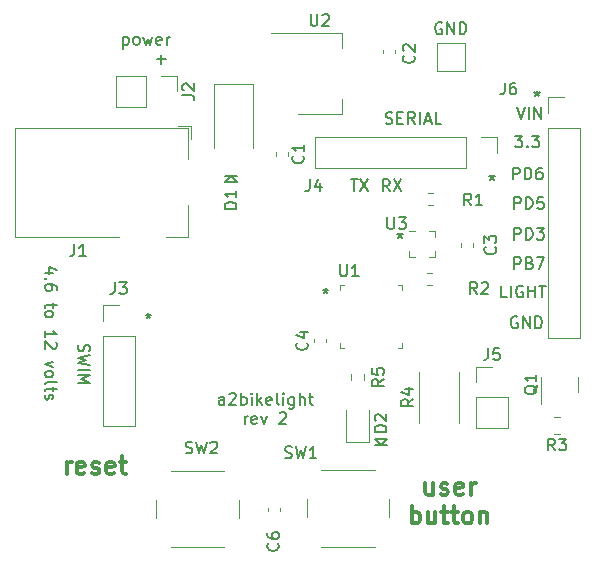
<source format=gbr>
%TF.GenerationSoftware,KiCad,Pcbnew,6.0.9-8da3e8f707~117~ubuntu22.04.1*%
%TF.CreationDate,2023-05-10T19:22:08-04:00*%
%TF.ProjectId,a2bikelight,61326269-6b65-46c6-9967-68742e6b6963,rev?*%
%TF.SameCoordinates,Original*%
%TF.FileFunction,Legend,Top*%
%TF.FilePolarity,Positive*%
%FSLAX46Y46*%
G04 Gerber Fmt 4.6, Leading zero omitted, Abs format (unit mm)*
G04 Created by KiCad (PCBNEW 6.0.9-8da3e8f707~117~ubuntu22.04.1) date 2023-05-10 19:22:08*
%MOMM*%
%LPD*%
G01*
G04 APERTURE LIST*
%ADD10C,0.300000*%
%ADD11C,0.150000*%
%ADD12C,0.120000*%
G04 APERTURE END LIST*
D10*
X135607142Y-141471071D02*
X135607142Y-142471071D01*
X134964285Y-141471071D02*
X134964285Y-142256785D01*
X135035714Y-142399642D01*
X135178571Y-142471071D01*
X135392857Y-142471071D01*
X135535714Y-142399642D01*
X135607142Y-142328214D01*
X136250000Y-142399642D02*
X136392857Y-142471071D01*
X136678571Y-142471071D01*
X136821428Y-142399642D01*
X136892857Y-142256785D01*
X136892857Y-142185357D01*
X136821428Y-142042500D01*
X136678571Y-141971071D01*
X136464285Y-141971071D01*
X136321428Y-141899642D01*
X136250000Y-141756785D01*
X136250000Y-141685357D01*
X136321428Y-141542500D01*
X136464285Y-141471071D01*
X136678571Y-141471071D01*
X136821428Y-141542500D01*
X138107142Y-142399642D02*
X137964285Y-142471071D01*
X137678571Y-142471071D01*
X137535714Y-142399642D01*
X137464285Y-142256785D01*
X137464285Y-141685357D01*
X137535714Y-141542500D01*
X137678571Y-141471071D01*
X137964285Y-141471071D01*
X138107142Y-141542500D01*
X138178571Y-141685357D01*
X138178571Y-141828214D01*
X137464285Y-141971071D01*
X138821428Y-142471071D02*
X138821428Y-141471071D01*
X138821428Y-141756785D02*
X138892857Y-141613928D01*
X138964285Y-141542500D01*
X139107142Y-141471071D01*
X139250000Y-141471071D01*
X133785714Y-144886071D02*
X133785714Y-143386071D01*
X133785714Y-143957500D02*
X133928571Y-143886071D01*
X134214285Y-143886071D01*
X134357142Y-143957500D01*
X134428571Y-144028928D01*
X134500000Y-144171785D01*
X134500000Y-144600357D01*
X134428571Y-144743214D01*
X134357142Y-144814642D01*
X134214285Y-144886071D01*
X133928571Y-144886071D01*
X133785714Y-144814642D01*
X135785714Y-143886071D02*
X135785714Y-144886071D01*
X135142857Y-143886071D02*
X135142857Y-144671785D01*
X135214285Y-144814642D01*
X135357142Y-144886071D01*
X135571428Y-144886071D01*
X135714285Y-144814642D01*
X135785714Y-144743214D01*
X136285714Y-143886071D02*
X136857142Y-143886071D01*
X136500000Y-143386071D02*
X136500000Y-144671785D01*
X136571428Y-144814642D01*
X136714285Y-144886071D01*
X136857142Y-144886071D01*
X137142857Y-143886071D02*
X137714285Y-143886071D01*
X137357142Y-143386071D02*
X137357142Y-144671785D01*
X137428571Y-144814642D01*
X137571428Y-144886071D01*
X137714285Y-144886071D01*
X138428571Y-144886071D02*
X138285714Y-144814642D01*
X138214285Y-144743214D01*
X138142857Y-144600357D01*
X138142857Y-144171785D01*
X138214285Y-144028928D01*
X138285714Y-143957500D01*
X138428571Y-143886071D01*
X138642857Y-143886071D01*
X138785714Y-143957500D01*
X138857142Y-144028928D01*
X138928571Y-144171785D01*
X138928571Y-144600357D01*
X138857142Y-144743214D01*
X138785714Y-144814642D01*
X138642857Y-144886071D01*
X138428571Y-144886071D01*
X139571428Y-143886071D02*
X139571428Y-144886071D01*
X139571428Y-144028928D02*
X139642857Y-143957500D01*
X139785714Y-143886071D01*
X140000000Y-143886071D01*
X140142857Y-143957500D01*
X140214285Y-144100357D01*
X140214285Y-144886071D01*
X104571428Y-140678571D02*
X104571428Y-139678571D01*
X104571428Y-139964285D02*
X104642857Y-139821428D01*
X104714285Y-139750000D01*
X104857142Y-139678571D01*
X105000000Y-139678571D01*
X106071428Y-140607142D02*
X105928571Y-140678571D01*
X105642857Y-140678571D01*
X105500000Y-140607142D01*
X105428571Y-140464285D01*
X105428571Y-139892857D01*
X105500000Y-139750000D01*
X105642857Y-139678571D01*
X105928571Y-139678571D01*
X106071428Y-139750000D01*
X106142857Y-139892857D01*
X106142857Y-140035714D01*
X105428571Y-140178571D01*
X106714285Y-140607142D02*
X106857142Y-140678571D01*
X107142857Y-140678571D01*
X107285714Y-140607142D01*
X107357142Y-140464285D01*
X107357142Y-140392857D01*
X107285714Y-140250000D01*
X107142857Y-140178571D01*
X106928571Y-140178571D01*
X106785714Y-140107142D01*
X106714285Y-139964285D01*
X106714285Y-139892857D01*
X106785714Y-139750000D01*
X106928571Y-139678571D01*
X107142857Y-139678571D01*
X107285714Y-139750000D01*
X108571428Y-140607142D02*
X108428571Y-140678571D01*
X108142857Y-140678571D01*
X108000000Y-140607142D01*
X107928571Y-140464285D01*
X107928571Y-139892857D01*
X108000000Y-139750000D01*
X108142857Y-139678571D01*
X108428571Y-139678571D01*
X108571428Y-139750000D01*
X108642857Y-139892857D01*
X108642857Y-140035714D01*
X107928571Y-140178571D01*
X109071428Y-139678571D02*
X109642857Y-139678571D01*
X109285714Y-139178571D02*
X109285714Y-140464285D01*
X109357142Y-140607142D01*
X109500000Y-140678571D01*
X109642857Y-140678571D01*
D11*
X118000000Y-116000000D02*
X119000000Y-116000000D01*
X119000000Y-116000000D02*
X118500000Y-115500000D01*
X131700000Y-137700000D02*
X130700000Y-137700000D01*
X118000000Y-115500000D02*
X119000000Y-115500000D01*
X131700000Y-138200000D02*
X130700000Y-138200000D01*
X130700000Y-137700000D02*
X131200000Y-138200000D01*
X118500000Y-115500000D02*
X118000000Y-116000000D01*
X131200000Y-138200000D02*
X131700000Y-137700000D01*
X141866666Y-125752380D02*
X141390476Y-125752380D01*
X141390476Y-124752380D01*
X142200000Y-125752380D02*
X142200000Y-124752380D01*
X143200000Y-124800000D02*
X143104761Y-124752380D01*
X142961904Y-124752380D01*
X142819047Y-124800000D01*
X142723809Y-124895238D01*
X142676190Y-124990476D01*
X142628571Y-125180952D01*
X142628571Y-125323809D01*
X142676190Y-125514285D01*
X142723809Y-125609523D01*
X142819047Y-125704761D01*
X142961904Y-125752380D01*
X143057142Y-125752380D01*
X143200000Y-125704761D01*
X143247619Y-125657142D01*
X143247619Y-125323809D01*
X143057142Y-125323809D01*
X143676190Y-125752380D02*
X143676190Y-124752380D01*
X143676190Y-125228571D02*
X144247619Y-125228571D01*
X144247619Y-125752380D02*
X144247619Y-124752380D01*
X144580952Y-124752380D02*
X145152380Y-124752380D01*
X144866666Y-125752380D02*
X144866666Y-124752380D01*
X142704761Y-109652380D02*
X143038095Y-110652380D01*
X143371428Y-109652380D01*
X143704761Y-110652380D02*
X143704761Y-109652380D01*
X144180952Y-110652380D02*
X144180952Y-109652380D01*
X144752380Y-110652380D01*
X144752380Y-109652380D01*
X144400000Y-108252380D02*
X144400000Y-108490476D01*
X144161904Y-108395238D02*
X144400000Y-108490476D01*
X144638095Y-108395238D01*
X144257142Y-108680952D02*
X144400000Y-108490476D01*
X144542857Y-108680952D01*
X131590476Y-111004761D02*
X131733333Y-111052380D01*
X131971428Y-111052380D01*
X132066666Y-111004761D01*
X132114285Y-110957142D01*
X132161904Y-110861904D01*
X132161904Y-110766666D01*
X132114285Y-110671428D01*
X132066666Y-110623809D01*
X131971428Y-110576190D01*
X131780952Y-110528571D01*
X131685714Y-110480952D01*
X131638095Y-110433333D01*
X131590476Y-110338095D01*
X131590476Y-110242857D01*
X131638095Y-110147619D01*
X131685714Y-110100000D01*
X131780952Y-110052380D01*
X132019047Y-110052380D01*
X132161904Y-110100000D01*
X132590476Y-110528571D02*
X132923809Y-110528571D01*
X133066666Y-111052380D02*
X132590476Y-111052380D01*
X132590476Y-110052380D01*
X133066666Y-110052380D01*
X134066666Y-111052380D02*
X133733333Y-110576190D01*
X133495238Y-111052380D02*
X133495238Y-110052380D01*
X133876190Y-110052380D01*
X133971428Y-110100000D01*
X134019047Y-110147619D01*
X134066666Y-110242857D01*
X134066666Y-110385714D01*
X134019047Y-110480952D01*
X133971428Y-110528571D01*
X133876190Y-110576190D01*
X133495238Y-110576190D01*
X134495238Y-111052380D02*
X134495238Y-110052380D01*
X134923809Y-110766666D02*
X135400000Y-110766666D01*
X134828571Y-111052380D02*
X135161904Y-110052380D01*
X135495238Y-111052380D01*
X136304761Y-111052380D02*
X135828571Y-111052380D01*
X135828571Y-110052380D01*
X140600000Y-115352380D02*
X140600000Y-115590476D01*
X140361904Y-115495238D02*
X140600000Y-115590476D01*
X140838095Y-115495238D01*
X140457142Y-115780952D02*
X140600000Y-115590476D01*
X140742857Y-115780952D01*
X142552380Y-112052380D02*
X143171428Y-112052380D01*
X142838095Y-112433333D01*
X142980952Y-112433333D01*
X143076190Y-112480952D01*
X143123809Y-112528571D01*
X143171428Y-112623809D01*
X143171428Y-112861904D01*
X143123809Y-112957142D01*
X143076190Y-113004761D01*
X142980952Y-113052380D01*
X142695238Y-113052380D01*
X142600000Y-113004761D01*
X142552380Y-112957142D01*
X143600000Y-112957142D02*
X143647619Y-113004761D01*
X143600000Y-113052380D01*
X143552380Y-113004761D01*
X143600000Y-112957142D01*
X143600000Y-113052380D01*
X143980952Y-112052380D02*
X144600000Y-112052380D01*
X144266666Y-112433333D01*
X144409523Y-112433333D01*
X144504761Y-112480952D01*
X144552380Y-112528571D01*
X144600000Y-112623809D01*
X144600000Y-112861904D01*
X144552380Y-112957142D01*
X144504761Y-113004761D01*
X144409523Y-113052380D01*
X144123809Y-113052380D01*
X144028571Y-113004761D01*
X143980952Y-112957142D01*
X131933333Y-116752380D02*
X131600000Y-116276190D01*
X131361904Y-116752380D02*
X131361904Y-115752380D01*
X131742857Y-115752380D01*
X131838095Y-115800000D01*
X131885714Y-115847619D01*
X131933333Y-115942857D01*
X131933333Y-116085714D01*
X131885714Y-116180952D01*
X131838095Y-116228571D01*
X131742857Y-116276190D01*
X131361904Y-116276190D01*
X132266666Y-115752380D02*
X132933333Y-116752380D01*
X132933333Y-115752380D02*
X132266666Y-116752380D01*
X112219047Y-105571428D02*
X112980952Y-105571428D01*
X112600000Y-105952380D02*
X112600000Y-105190476D01*
X117923809Y-134847380D02*
X117923809Y-134323571D01*
X117876190Y-134228333D01*
X117780952Y-134180714D01*
X117590476Y-134180714D01*
X117495238Y-134228333D01*
X117923809Y-134799761D02*
X117828571Y-134847380D01*
X117590476Y-134847380D01*
X117495238Y-134799761D01*
X117447619Y-134704523D01*
X117447619Y-134609285D01*
X117495238Y-134514047D01*
X117590476Y-134466428D01*
X117828571Y-134466428D01*
X117923809Y-134418809D01*
X118352380Y-133942619D02*
X118400000Y-133895000D01*
X118495238Y-133847380D01*
X118733333Y-133847380D01*
X118828571Y-133895000D01*
X118876190Y-133942619D01*
X118923809Y-134037857D01*
X118923809Y-134133095D01*
X118876190Y-134275952D01*
X118304761Y-134847380D01*
X118923809Y-134847380D01*
X119352380Y-134847380D02*
X119352380Y-133847380D01*
X119352380Y-134228333D02*
X119447619Y-134180714D01*
X119638095Y-134180714D01*
X119733333Y-134228333D01*
X119780952Y-134275952D01*
X119828571Y-134371190D01*
X119828571Y-134656904D01*
X119780952Y-134752142D01*
X119733333Y-134799761D01*
X119638095Y-134847380D01*
X119447619Y-134847380D01*
X119352380Y-134799761D01*
X120257142Y-134847380D02*
X120257142Y-134180714D01*
X120257142Y-133847380D02*
X120209523Y-133895000D01*
X120257142Y-133942619D01*
X120304761Y-133895000D01*
X120257142Y-133847380D01*
X120257142Y-133942619D01*
X120733333Y-134847380D02*
X120733333Y-133847380D01*
X120828571Y-134466428D02*
X121114285Y-134847380D01*
X121114285Y-134180714D02*
X120733333Y-134561666D01*
X121923809Y-134799761D02*
X121828571Y-134847380D01*
X121638095Y-134847380D01*
X121542857Y-134799761D01*
X121495238Y-134704523D01*
X121495238Y-134323571D01*
X121542857Y-134228333D01*
X121638095Y-134180714D01*
X121828571Y-134180714D01*
X121923809Y-134228333D01*
X121971428Y-134323571D01*
X121971428Y-134418809D01*
X121495238Y-134514047D01*
X122542857Y-134847380D02*
X122447619Y-134799761D01*
X122400000Y-134704523D01*
X122400000Y-133847380D01*
X122923809Y-134847380D02*
X122923809Y-134180714D01*
X122923809Y-133847380D02*
X122876190Y-133895000D01*
X122923809Y-133942619D01*
X122971428Y-133895000D01*
X122923809Y-133847380D01*
X122923809Y-133942619D01*
X123828571Y-134180714D02*
X123828571Y-134990238D01*
X123780952Y-135085476D01*
X123733333Y-135133095D01*
X123638095Y-135180714D01*
X123495238Y-135180714D01*
X123400000Y-135133095D01*
X123828571Y-134799761D02*
X123733333Y-134847380D01*
X123542857Y-134847380D01*
X123447619Y-134799761D01*
X123400000Y-134752142D01*
X123352380Y-134656904D01*
X123352380Y-134371190D01*
X123400000Y-134275952D01*
X123447619Y-134228333D01*
X123542857Y-134180714D01*
X123733333Y-134180714D01*
X123828571Y-134228333D01*
X124304761Y-134847380D02*
X124304761Y-133847380D01*
X124733333Y-134847380D02*
X124733333Y-134323571D01*
X124685714Y-134228333D01*
X124590476Y-134180714D01*
X124447619Y-134180714D01*
X124352380Y-134228333D01*
X124304761Y-134275952D01*
X125066666Y-134180714D02*
X125447619Y-134180714D01*
X125209523Y-133847380D02*
X125209523Y-134704523D01*
X125257142Y-134799761D01*
X125352380Y-134847380D01*
X125447619Y-134847380D01*
X119661904Y-136457380D02*
X119661904Y-135790714D01*
X119661904Y-135981190D02*
X119709523Y-135885952D01*
X119757142Y-135838333D01*
X119852380Y-135790714D01*
X119947619Y-135790714D01*
X120661904Y-136409761D02*
X120566666Y-136457380D01*
X120376190Y-136457380D01*
X120280952Y-136409761D01*
X120233333Y-136314523D01*
X120233333Y-135933571D01*
X120280952Y-135838333D01*
X120376190Y-135790714D01*
X120566666Y-135790714D01*
X120661904Y-135838333D01*
X120709523Y-135933571D01*
X120709523Y-136028809D01*
X120233333Y-136124047D01*
X121042857Y-135790714D02*
X121280952Y-136457380D01*
X121519047Y-135790714D01*
X122614285Y-135552619D02*
X122661904Y-135505000D01*
X122757142Y-135457380D01*
X122995238Y-135457380D01*
X123090476Y-135505000D01*
X123138095Y-135552619D01*
X123185714Y-135647857D01*
X123185714Y-135743095D01*
X123138095Y-135885952D01*
X122566666Y-136457380D01*
X123185714Y-136457380D01*
X142461904Y-120852380D02*
X142461904Y-119852380D01*
X142842857Y-119852380D01*
X142938095Y-119900000D01*
X142985714Y-119947619D01*
X143033333Y-120042857D01*
X143033333Y-120185714D01*
X142985714Y-120280952D01*
X142938095Y-120328571D01*
X142842857Y-120376190D01*
X142461904Y-120376190D01*
X143461904Y-120852380D02*
X143461904Y-119852380D01*
X143700000Y-119852380D01*
X143842857Y-119900000D01*
X143938095Y-119995238D01*
X143985714Y-120090476D01*
X144033333Y-120280952D01*
X144033333Y-120423809D01*
X143985714Y-120614285D01*
X143938095Y-120709523D01*
X143842857Y-120804761D01*
X143700000Y-120852380D01*
X143461904Y-120852380D01*
X144366666Y-119852380D02*
X144985714Y-119852380D01*
X144652380Y-120233333D01*
X144795238Y-120233333D01*
X144890476Y-120280952D01*
X144938095Y-120328571D01*
X144985714Y-120423809D01*
X144985714Y-120661904D01*
X144938095Y-120757142D01*
X144890476Y-120804761D01*
X144795238Y-120852380D01*
X144509523Y-120852380D01*
X144414285Y-120804761D01*
X144366666Y-120757142D01*
X142738095Y-127400000D02*
X142642857Y-127352380D01*
X142500000Y-127352380D01*
X142357142Y-127400000D01*
X142261904Y-127495238D01*
X142214285Y-127590476D01*
X142166666Y-127780952D01*
X142166666Y-127923809D01*
X142214285Y-128114285D01*
X142261904Y-128209523D01*
X142357142Y-128304761D01*
X142500000Y-128352380D01*
X142595238Y-128352380D01*
X142738095Y-128304761D01*
X142785714Y-128257142D01*
X142785714Y-127923809D01*
X142595238Y-127923809D01*
X143214285Y-128352380D02*
X143214285Y-127352380D01*
X143785714Y-128352380D01*
X143785714Y-127352380D01*
X144261904Y-128352380D02*
X144261904Y-127352380D01*
X144500000Y-127352380D01*
X144642857Y-127400000D01*
X144738095Y-127495238D01*
X144785714Y-127590476D01*
X144833333Y-127780952D01*
X144833333Y-127923809D01*
X144785714Y-128114285D01*
X144738095Y-128209523D01*
X144642857Y-128304761D01*
X144500000Y-128352380D01*
X144261904Y-128352380D01*
X142461904Y-123352380D02*
X142461904Y-122352380D01*
X142842857Y-122352380D01*
X142938095Y-122400000D01*
X142985714Y-122447619D01*
X143033333Y-122542857D01*
X143033333Y-122685714D01*
X142985714Y-122780952D01*
X142938095Y-122828571D01*
X142842857Y-122876190D01*
X142461904Y-122876190D01*
X143795238Y-122828571D02*
X143938095Y-122876190D01*
X143985714Y-122923809D01*
X144033333Y-123019047D01*
X144033333Y-123161904D01*
X143985714Y-123257142D01*
X143938095Y-123304761D01*
X143842857Y-123352380D01*
X143461904Y-123352380D01*
X143461904Y-122352380D01*
X143795238Y-122352380D01*
X143890476Y-122400000D01*
X143938095Y-122447619D01*
X143985714Y-122542857D01*
X143985714Y-122638095D01*
X143938095Y-122733333D01*
X143890476Y-122780952D01*
X143795238Y-122828571D01*
X143461904Y-122828571D01*
X144366666Y-122352380D02*
X145033333Y-122352380D01*
X144604761Y-123352380D01*
X111500000Y-127052380D02*
X111500000Y-127290476D01*
X111261904Y-127195238D02*
X111500000Y-127290476D01*
X111738095Y-127195238D01*
X111357142Y-127480952D02*
X111500000Y-127290476D01*
X111642857Y-127480952D01*
X132800000Y-120252380D02*
X132800000Y-120490476D01*
X132561904Y-120395238D02*
X132800000Y-120490476D01*
X133038095Y-120395238D01*
X132657142Y-120680952D02*
X132800000Y-120490476D01*
X132942857Y-120680952D01*
X103414285Y-123657142D02*
X102747619Y-123657142D01*
X103795238Y-123419047D02*
X103080952Y-123180952D01*
X103080952Y-123800000D01*
X102842857Y-124180952D02*
X102795238Y-124228571D01*
X102747619Y-124180952D01*
X102795238Y-124133333D01*
X102842857Y-124180952D01*
X102747619Y-124180952D01*
X103747619Y-125085714D02*
X103747619Y-124895238D01*
X103700000Y-124800000D01*
X103652380Y-124752380D01*
X103509523Y-124657142D01*
X103319047Y-124609523D01*
X102938095Y-124609523D01*
X102842857Y-124657142D01*
X102795238Y-124704761D01*
X102747619Y-124800000D01*
X102747619Y-124990476D01*
X102795238Y-125085714D01*
X102842857Y-125133333D01*
X102938095Y-125180952D01*
X103176190Y-125180952D01*
X103271428Y-125133333D01*
X103319047Y-125085714D01*
X103366666Y-124990476D01*
X103366666Y-124800000D01*
X103319047Y-124704761D01*
X103271428Y-124657142D01*
X103176190Y-124609523D01*
X103414285Y-126228571D02*
X103414285Y-126609523D01*
X103747619Y-126371428D02*
X102890476Y-126371428D01*
X102795238Y-126419047D01*
X102747619Y-126514285D01*
X102747619Y-126609523D01*
X102747619Y-127085714D02*
X102795238Y-126990476D01*
X102842857Y-126942857D01*
X102938095Y-126895238D01*
X103223809Y-126895238D01*
X103319047Y-126942857D01*
X103366666Y-126990476D01*
X103414285Y-127085714D01*
X103414285Y-127228571D01*
X103366666Y-127323809D01*
X103319047Y-127371428D01*
X103223809Y-127419047D01*
X102938095Y-127419047D01*
X102842857Y-127371428D01*
X102795238Y-127323809D01*
X102747619Y-127228571D01*
X102747619Y-127085714D01*
X102747619Y-129133333D02*
X102747619Y-128561904D01*
X102747619Y-128847619D02*
X103747619Y-128847619D01*
X103604761Y-128752380D01*
X103509523Y-128657142D01*
X103461904Y-128561904D01*
X103652380Y-129514285D02*
X103700000Y-129561904D01*
X103747619Y-129657142D01*
X103747619Y-129895238D01*
X103700000Y-129990476D01*
X103652380Y-130038095D01*
X103557142Y-130085714D01*
X103461904Y-130085714D01*
X103319047Y-130038095D01*
X102747619Y-129466666D01*
X102747619Y-130085714D01*
X103414285Y-131180952D02*
X102747619Y-131419047D01*
X103414285Y-131657142D01*
X102747619Y-132180952D02*
X102795238Y-132085714D01*
X102842857Y-132038095D01*
X102938095Y-131990476D01*
X103223809Y-131990476D01*
X103319047Y-132038095D01*
X103366666Y-132085714D01*
X103414285Y-132180952D01*
X103414285Y-132323809D01*
X103366666Y-132419047D01*
X103319047Y-132466666D01*
X103223809Y-132514285D01*
X102938095Y-132514285D01*
X102842857Y-132466666D01*
X102795238Y-132419047D01*
X102747619Y-132323809D01*
X102747619Y-132180952D01*
X102747619Y-133085714D02*
X102795238Y-132990476D01*
X102890476Y-132942857D01*
X103747619Y-132942857D01*
X103414285Y-133323809D02*
X103414285Y-133704761D01*
X103747619Y-133466666D02*
X102890476Y-133466666D01*
X102795238Y-133514285D01*
X102747619Y-133609523D01*
X102747619Y-133704761D01*
X102795238Y-133990476D02*
X102747619Y-134085714D01*
X102747619Y-134276190D01*
X102795238Y-134371428D01*
X102890476Y-134419047D01*
X102938095Y-134419047D01*
X103033333Y-134371428D01*
X103080952Y-134276190D01*
X103080952Y-134133333D01*
X103128571Y-134038095D01*
X103223809Y-133990476D01*
X103271428Y-133990476D01*
X103366666Y-134038095D01*
X103414285Y-134133333D01*
X103414285Y-134276190D01*
X103366666Y-134371428D01*
X109371428Y-103685714D02*
X109371428Y-104685714D01*
X109371428Y-103733333D02*
X109466666Y-103685714D01*
X109657142Y-103685714D01*
X109752380Y-103733333D01*
X109800000Y-103780952D01*
X109847619Y-103876190D01*
X109847619Y-104161904D01*
X109800000Y-104257142D01*
X109752380Y-104304761D01*
X109657142Y-104352380D01*
X109466666Y-104352380D01*
X109371428Y-104304761D01*
X110419047Y-104352380D02*
X110323809Y-104304761D01*
X110276190Y-104257142D01*
X110228571Y-104161904D01*
X110228571Y-103876190D01*
X110276190Y-103780952D01*
X110323809Y-103733333D01*
X110419047Y-103685714D01*
X110561904Y-103685714D01*
X110657142Y-103733333D01*
X110704761Y-103780952D01*
X110752380Y-103876190D01*
X110752380Y-104161904D01*
X110704761Y-104257142D01*
X110657142Y-104304761D01*
X110561904Y-104352380D01*
X110419047Y-104352380D01*
X111085714Y-103685714D02*
X111276190Y-104352380D01*
X111466666Y-103876190D01*
X111657142Y-104352380D01*
X111847619Y-103685714D01*
X112609523Y-104304761D02*
X112514285Y-104352380D01*
X112323809Y-104352380D01*
X112228571Y-104304761D01*
X112180952Y-104209523D01*
X112180952Y-103828571D01*
X112228571Y-103733333D01*
X112323809Y-103685714D01*
X112514285Y-103685714D01*
X112609523Y-103733333D01*
X112657142Y-103828571D01*
X112657142Y-103923809D01*
X112180952Y-104019047D01*
X113085714Y-104352380D02*
X113085714Y-103685714D01*
X113085714Y-103876190D02*
X113133333Y-103780952D01*
X113180952Y-103733333D01*
X113276190Y-103685714D01*
X113371428Y-103685714D01*
X128638095Y-115752380D02*
X129209523Y-115752380D01*
X128923809Y-116752380D02*
X128923809Y-115752380D01*
X129447619Y-115752380D02*
X130114285Y-116752380D01*
X130114285Y-115752380D02*
X129447619Y-116752380D01*
X105595238Y-129733333D02*
X105547619Y-129876190D01*
X105547619Y-130114285D01*
X105595238Y-130209523D01*
X105642857Y-130257142D01*
X105738095Y-130304761D01*
X105833333Y-130304761D01*
X105928571Y-130257142D01*
X105976190Y-130209523D01*
X106023809Y-130114285D01*
X106071428Y-129923809D01*
X106119047Y-129828571D01*
X106166666Y-129780952D01*
X106261904Y-129733333D01*
X106357142Y-129733333D01*
X106452380Y-129780952D01*
X106500000Y-129828571D01*
X106547619Y-129923809D01*
X106547619Y-130161904D01*
X106500000Y-130304761D01*
X106547619Y-130638095D02*
X105547619Y-130876190D01*
X106261904Y-131066666D01*
X105547619Y-131257142D01*
X106547619Y-131495238D01*
X105547619Y-131876190D02*
X106547619Y-131876190D01*
X105547619Y-132352380D02*
X106547619Y-132352380D01*
X105833333Y-132685714D01*
X106547619Y-133019047D01*
X105547619Y-133019047D01*
X142461904Y-118252380D02*
X142461904Y-117252380D01*
X142842857Y-117252380D01*
X142938095Y-117300000D01*
X142985714Y-117347619D01*
X143033333Y-117442857D01*
X143033333Y-117585714D01*
X142985714Y-117680952D01*
X142938095Y-117728571D01*
X142842857Y-117776190D01*
X142461904Y-117776190D01*
X143461904Y-118252380D02*
X143461904Y-117252380D01*
X143700000Y-117252380D01*
X143842857Y-117300000D01*
X143938095Y-117395238D01*
X143985714Y-117490476D01*
X144033333Y-117680952D01*
X144033333Y-117823809D01*
X143985714Y-118014285D01*
X143938095Y-118109523D01*
X143842857Y-118204761D01*
X143700000Y-118252380D01*
X143461904Y-118252380D01*
X144938095Y-117252380D02*
X144461904Y-117252380D01*
X144414285Y-117728571D01*
X144461904Y-117680952D01*
X144557142Y-117633333D01*
X144795238Y-117633333D01*
X144890476Y-117680952D01*
X144938095Y-117728571D01*
X144985714Y-117823809D01*
X144985714Y-118061904D01*
X144938095Y-118157142D01*
X144890476Y-118204761D01*
X144795238Y-118252380D01*
X144557142Y-118252380D01*
X144461904Y-118204761D01*
X144414285Y-118157142D01*
X142361904Y-115752380D02*
X142361904Y-114752380D01*
X142742857Y-114752380D01*
X142838095Y-114800000D01*
X142885714Y-114847619D01*
X142933333Y-114942857D01*
X142933333Y-115085714D01*
X142885714Y-115180952D01*
X142838095Y-115228571D01*
X142742857Y-115276190D01*
X142361904Y-115276190D01*
X143361904Y-115752380D02*
X143361904Y-114752380D01*
X143600000Y-114752380D01*
X143742857Y-114800000D01*
X143838095Y-114895238D01*
X143885714Y-114990476D01*
X143933333Y-115180952D01*
X143933333Y-115323809D01*
X143885714Y-115514285D01*
X143838095Y-115609523D01*
X143742857Y-115704761D01*
X143600000Y-115752380D01*
X143361904Y-115752380D01*
X144790476Y-114752380D02*
X144600000Y-114752380D01*
X144504761Y-114800000D01*
X144457142Y-114847619D01*
X144361904Y-114990476D01*
X144314285Y-115180952D01*
X144314285Y-115561904D01*
X144361904Y-115657142D01*
X144409523Y-115704761D01*
X144504761Y-115752380D01*
X144695238Y-115752380D01*
X144790476Y-115704761D01*
X144838095Y-115657142D01*
X144885714Y-115561904D01*
X144885714Y-115323809D01*
X144838095Y-115228571D01*
X144790476Y-115180952D01*
X144695238Y-115133333D01*
X144504761Y-115133333D01*
X144409523Y-115180952D01*
X144361904Y-115228571D01*
X144314285Y-115323809D01*
X136338095Y-102500000D02*
X136242857Y-102452380D01*
X136100000Y-102452380D01*
X135957142Y-102500000D01*
X135861904Y-102595238D01*
X135814285Y-102690476D01*
X135766666Y-102880952D01*
X135766666Y-103023809D01*
X135814285Y-103214285D01*
X135861904Y-103309523D01*
X135957142Y-103404761D01*
X136100000Y-103452380D01*
X136195238Y-103452380D01*
X136338095Y-103404761D01*
X136385714Y-103357142D01*
X136385714Y-103023809D01*
X136195238Y-103023809D01*
X136814285Y-103452380D02*
X136814285Y-102452380D01*
X137385714Y-103452380D01*
X137385714Y-102452380D01*
X137861904Y-103452380D02*
X137861904Y-102452380D01*
X138100000Y-102452380D01*
X138242857Y-102500000D01*
X138338095Y-102595238D01*
X138385714Y-102690476D01*
X138433333Y-102880952D01*
X138433333Y-103023809D01*
X138385714Y-103214285D01*
X138338095Y-103309523D01*
X138242857Y-103404761D01*
X138100000Y-103452380D01*
X137861904Y-103452380D01*
X126500000Y-124952380D02*
X126500000Y-125190476D01*
X126261904Y-125095238D02*
X126500000Y-125190476D01*
X126738095Y-125095238D01*
X126357142Y-125380952D02*
X126500000Y-125190476D01*
X126642857Y-125380952D01*
%TO.C,J5*%
X140266666Y-130047380D02*
X140266666Y-130761666D01*
X140219047Y-130904523D01*
X140123809Y-130999761D01*
X139980952Y-131047380D01*
X139885714Y-131047380D01*
X141219047Y-130047380D02*
X140742857Y-130047380D01*
X140695238Y-130523571D01*
X140742857Y-130475952D01*
X140838095Y-130428333D01*
X141076190Y-130428333D01*
X141171428Y-130475952D01*
X141219047Y-130523571D01*
X141266666Y-130618809D01*
X141266666Y-130856904D01*
X141219047Y-130952142D01*
X141171428Y-130999761D01*
X141076190Y-131047380D01*
X140838095Y-131047380D01*
X140742857Y-130999761D01*
X140695238Y-130952142D01*
%TO.C,Q1*%
X144447619Y-133195238D02*
X144400000Y-133290476D01*
X144304761Y-133385714D01*
X144161904Y-133528571D01*
X144114285Y-133623809D01*
X144114285Y-133719047D01*
X144352380Y-133671428D02*
X144304761Y-133766666D01*
X144209523Y-133861904D01*
X144019047Y-133909523D01*
X143685714Y-133909523D01*
X143495238Y-133861904D01*
X143400000Y-133766666D01*
X143352380Y-133671428D01*
X143352380Y-133480952D01*
X143400000Y-133385714D01*
X143495238Y-133290476D01*
X143685714Y-133242857D01*
X144019047Y-133242857D01*
X144209523Y-133290476D01*
X144304761Y-133385714D01*
X144352380Y-133480952D01*
X144352380Y-133671428D01*
X144352380Y-132290476D02*
X144352380Y-132861904D01*
X144352380Y-132576190D02*
X143352380Y-132576190D01*
X143495238Y-132671428D01*
X143590476Y-132766666D01*
X143638095Y-132861904D01*
%TO.C,C1*%
X124587142Y-113766666D02*
X124634761Y-113814285D01*
X124682380Y-113957142D01*
X124682380Y-114052380D01*
X124634761Y-114195238D01*
X124539523Y-114290476D01*
X124444285Y-114338095D01*
X124253809Y-114385714D01*
X124110952Y-114385714D01*
X123920476Y-114338095D01*
X123825238Y-114290476D01*
X123730000Y-114195238D01*
X123682380Y-114052380D01*
X123682380Y-113957142D01*
X123730000Y-113814285D01*
X123777619Y-113766666D01*
X124682380Y-112814285D02*
X124682380Y-113385714D01*
X124682380Y-113100000D02*
X123682380Y-113100000D01*
X123825238Y-113195238D01*
X123920476Y-113290476D01*
X123968095Y-113385714D01*
%TO.C,C6*%
X122457142Y-146566666D02*
X122504761Y-146614285D01*
X122552380Y-146757142D01*
X122552380Y-146852380D01*
X122504761Y-146995238D01*
X122409523Y-147090476D01*
X122314285Y-147138095D01*
X122123809Y-147185714D01*
X121980952Y-147185714D01*
X121790476Y-147138095D01*
X121695238Y-147090476D01*
X121600000Y-146995238D01*
X121552380Y-146852380D01*
X121552380Y-146757142D01*
X121600000Y-146614285D01*
X121647619Y-146566666D01*
X121552380Y-145709523D02*
X121552380Y-145900000D01*
X121600000Y-145995238D01*
X121647619Y-146042857D01*
X121790476Y-146138095D01*
X121980952Y-146185714D01*
X122361904Y-146185714D01*
X122457142Y-146138095D01*
X122504761Y-146090476D01*
X122552380Y-145995238D01*
X122552380Y-145804761D01*
X122504761Y-145709523D01*
X122457142Y-145661904D01*
X122361904Y-145614285D01*
X122123809Y-145614285D01*
X122028571Y-145661904D01*
X121980952Y-145709523D01*
X121933333Y-145804761D01*
X121933333Y-145995238D01*
X121980952Y-146090476D01*
X122028571Y-146138095D01*
X122123809Y-146185714D01*
%TO.C,U1*%
X127738095Y-122952380D02*
X127738095Y-123761904D01*
X127785714Y-123857142D01*
X127833333Y-123904761D01*
X127928571Y-123952380D01*
X128119047Y-123952380D01*
X128214285Y-123904761D01*
X128261904Y-123857142D01*
X128309523Y-123761904D01*
X128309523Y-122952380D01*
X129309523Y-123952380D02*
X128738095Y-123952380D01*
X129023809Y-123952380D02*
X129023809Y-122952380D01*
X128928571Y-123095238D01*
X128833333Y-123190476D01*
X128738095Y-123238095D01*
%TO.C,C3*%
X140857142Y-121466666D02*
X140904761Y-121514285D01*
X140952380Y-121657142D01*
X140952380Y-121752380D01*
X140904761Y-121895238D01*
X140809523Y-121990476D01*
X140714285Y-122038095D01*
X140523809Y-122085714D01*
X140380952Y-122085714D01*
X140190476Y-122038095D01*
X140095238Y-121990476D01*
X140000000Y-121895238D01*
X139952380Y-121752380D01*
X139952380Y-121657142D01*
X140000000Y-121514285D01*
X140047619Y-121466666D01*
X139952380Y-121133333D02*
X139952380Y-120514285D01*
X140333333Y-120847619D01*
X140333333Y-120704761D01*
X140380952Y-120609523D01*
X140428571Y-120561904D01*
X140523809Y-120514285D01*
X140761904Y-120514285D01*
X140857142Y-120561904D01*
X140904761Y-120609523D01*
X140952380Y-120704761D01*
X140952380Y-120990476D01*
X140904761Y-121085714D01*
X140857142Y-121133333D01*
%TO.C,C2*%
X133957142Y-105266666D02*
X134004761Y-105314285D01*
X134052380Y-105457142D01*
X134052380Y-105552380D01*
X134004761Y-105695238D01*
X133909523Y-105790476D01*
X133814285Y-105838095D01*
X133623809Y-105885714D01*
X133480952Y-105885714D01*
X133290476Y-105838095D01*
X133195238Y-105790476D01*
X133100000Y-105695238D01*
X133052380Y-105552380D01*
X133052380Y-105457142D01*
X133100000Y-105314285D01*
X133147619Y-105266666D01*
X133147619Y-104885714D02*
X133100000Y-104838095D01*
X133052380Y-104742857D01*
X133052380Y-104504761D01*
X133100000Y-104409523D01*
X133147619Y-104361904D01*
X133242857Y-104314285D01*
X133338095Y-104314285D01*
X133480952Y-104361904D01*
X134052380Y-104933333D01*
X134052380Y-104314285D01*
%TO.C,R5*%
X131452380Y-132666666D02*
X130976190Y-133000000D01*
X131452380Y-133238095D02*
X130452380Y-133238095D01*
X130452380Y-132857142D01*
X130500000Y-132761904D01*
X130547619Y-132714285D01*
X130642857Y-132666666D01*
X130785714Y-132666666D01*
X130880952Y-132714285D01*
X130928571Y-132761904D01*
X130976190Y-132857142D01*
X130976190Y-133238095D01*
X130452380Y-131761904D02*
X130452380Y-132238095D01*
X130928571Y-132285714D01*
X130880952Y-132238095D01*
X130833333Y-132142857D01*
X130833333Y-131904761D01*
X130880952Y-131809523D01*
X130928571Y-131761904D01*
X131023809Y-131714285D01*
X131261904Y-131714285D01*
X131357142Y-131761904D01*
X131404761Y-131809523D01*
X131452380Y-131904761D01*
X131452380Y-132142857D01*
X131404761Y-132238095D01*
X131357142Y-132285714D01*
%TO.C,D1*%
X118952380Y-118238095D02*
X117952380Y-118238095D01*
X117952380Y-118000000D01*
X118000000Y-117857142D01*
X118095238Y-117761904D01*
X118190476Y-117714285D01*
X118380952Y-117666666D01*
X118523809Y-117666666D01*
X118714285Y-117714285D01*
X118809523Y-117761904D01*
X118904761Y-117857142D01*
X118952380Y-118000000D01*
X118952380Y-118238095D01*
X118952380Y-116714285D02*
X118952380Y-117285714D01*
X118952380Y-117000000D02*
X117952380Y-117000000D01*
X118095238Y-117095238D01*
X118190476Y-117190476D01*
X118238095Y-117285714D01*
%TO.C,R1*%
X138833333Y-117952380D02*
X138500000Y-117476190D01*
X138261904Y-117952380D02*
X138261904Y-116952380D01*
X138642857Y-116952380D01*
X138738095Y-117000000D01*
X138785714Y-117047619D01*
X138833333Y-117142857D01*
X138833333Y-117285714D01*
X138785714Y-117380952D01*
X138738095Y-117428571D01*
X138642857Y-117476190D01*
X138261904Y-117476190D01*
X139785714Y-117952380D02*
X139214285Y-117952380D01*
X139500000Y-117952380D02*
X139500000Y-116952380D01*
X139404761Y-117095238D01*
X139309523Y-117190476D01*
X139214285Y-117238095D01*
%TO.C,SW1*%
X123066666Y-139304761D02*
X123209523Y-139352380D01*
X123447619Y-139352380D01*
X123542857Y-139304761D01*
X123590476Y-139257142D01*
X123638095Y-139161904D01*
X123638095Y-139066666D01*
X123590476Y-138971428D01*
X123542857Y-138923809D01*
X123447619Y-138876190D01*
X123257142Y-138828571D01*
X123161904Y-138780952D01*
X123114285Y-138733333D01*
X123066666Y-138638095D01*
X123066666Y-138542857D01*
X123114285Y-138447619D01*
X123161904Y-138400000D01*
X123257142Y-138352380D01*
X123495238Y-138352380D01*
X123638095Y-138400000D01*
X123971428Y-138352380D02*
X124209523Y-139352380D01*
X124400000Y-138638095D01*
X124590476Y-139352380D01*
X124828571Y-138352380D01*
X125733333Y-139352380D02*
X125161904Y-139352380D01*
X125447619Y-139352380D02*
X125447619Y-138352380D01*
X125352380Y-138495238D01*
X125257142Y-138590476D01*
X125161904Y-138638095D01*
%TO.C,U3*%
X131738095Y-118952380D02*
X131738095Y-119761904D01*
X131785714Y-119857142D01*
X131833333Y-119904761D01*
X131928571Y-119952380D01*
X132119047Y-119952380D01*
X132214285Y-119904761D01*
X132261904Y-119857142D01*
X132309523Y-119761904D01*
X132309523Y-118952380D01*
X132690476Y-118952380D02*
X133309523Y-118952380D01*
X132976190Y-119333333D01*
X133119047Y-119333333D01*
X133214285Y-119380952D01*
X133261904Y-119428571D01*
X133309523Y-119523809D01*
X133309523Y-119761904D01*
X133261904Y-119857142D01*
X133214285Y-119904761D01*
X133119047Y-119952380D01*
X132833333Y-119952380D01*
X132738095Y-119904761D01*
X132690476Y-119857142D01*
%TO.C,R2*%
X139333333Y-125452380D02*
X139000000Y-124976190D01*
X138761904Y-125452380D02*
X138761904Y-124452380D01*
X139142857Y-124452380D01*
X139238095Y-124500000D01*
X139285714Y-124547619D01*
X139333333Y-124642857D01*
X139333333Y-124785714D01*
X139285714Y-124880952D01*
X139238095Y-124928571D01*
X139142857Y-124976190D01*
X138761904Y-124976190D01*
X139714285Y-124547619D02*
X139761904Y-124500000D01*
X139857142Y-124452380D01*
X140095238Y-124452380D01*
X140190476Y-124500000D01*
X140238095Y-124547619D01*
X140285714Y-124642857D01*
X140285714Y-124738095D01*
X140238095Y-124880952D01*
X139666666Y-125452380D01*
X140285714Y-125452380D01*
%TO.C,J2*%
X114382380Y-108633333D02*
X115096666Y-108633333D01*
X115239523Y-108680952D01*
X115334761Y-108776190D01*
X115382380Y-108919047D01*
X115382380Y-109014285D01*
X114477619Y-108204761D02*
X114430000Y-108157142D01*
X114382380Y-108061904D01*
X114382380Y-107823809D01*
X114430000Y-107728571D01*
X114477619Y-107680952D01*
X114572857Y-107633333D01*
X114668095Y-107633333D01*
X114810952Y-107680952D01*
X115382380Y-108252380D01*
X115382380Y-107633333D01*
%TO.C,C4*%
X124927142Y-129566666D02*
X124974761Y-129614285D01*
X125022380Y-129757142D01*
X125022380Y-129852380D01*
X124974761Y-129995238D01*
X124879523Y-130090476D01*
X124784285Y-130138095D01*
X124593809Y-130185714D01*
X124450952Y-130185714D01*
X124260476Y-130138095D01*
X124165238Y-130090476D01*
X124070000Y-129995238D01*
X124022380Y-129852380D01*
X124022380Y-129757142D01*
X124070000Y-129614285D01*
X124117619Y-129566666D01*
X124355714Y-128709523D02*
X125022380Y-128709523D01*
X123974761Y-128947619D02*
X124689047Y-129185714D01*
X124689047Y-128566666D01*
%TO.C,SW2*%
X114666666Y-138904761D02*
X114809523Y-138952380D01*
X115047619Y-138952380D01*
X115142857Y-138904761D01*
X115190476Y-138857142D01*
X115238095Y-138761904D01*
X115238095Y-138666666D01*
X115190476Y-138571428D01*
X115142857Y-138523809D01*
X115047619Y-138476190D01*
X114857142Y-138428571D01*
X114761904Y-138380952D01*
X114714285Y-138333333D01*
X114666666Y-138238095D01*
X114666666Y-138142857D01*
X114714285Y-138047619D01*
X114761904Y-138000000D01*
X114857142Y-137952380D01*
X115095238Y-137952380D01*
X115238095Y-138000000D01*
X115571428Y-137952380D02*
X115809523Y-138952380D01*
X116000000Y-138238095D01*
X116190476Y-138952380D01*
X116428571Y-137952380D01*
X116761904Y-138047619D02*
X116809523Y-138000000D01*
X116904761Y-137952380D01*
X117142857Y-137952380D01*
X117238095Y-138000000D01*
X117285714Y-138047619D01*
X117333333Y-138142857D01*
X117333333Y-138238095D01*
X117285714Y-138380952D01*
X116714285Y-138952380D01*
X117333333Y-138952380D01*
%TO.C,R4*%
X133932380Y-134366666D02*
X133456190Y-134700000D01*
X133932380Y-134938095D02*
X132932380Y-134938095D01*
X132932380Y-134557142D01*
X132980000Y-134461904D01*
X133027619Y-134414285D01*
X133122857Y-134366666D01*
X133265714Y-134366666D01*
X133360952Y-134414285D01*
X133408571Y-134461904D01*
X133456190Y-134557142D01*
X133456190Y-134938095D01*
X133265714Y-133509523D02*
X133932380Y-133509523D01*
X132884761Y-133747619D02*
X133599047Y-133985714D01*
X133599047Y-133366666D01*
%TO.C,J4*%
X125166666Y-115752380D02*
X125166666Y-116466666D01*
X125119047Y-116609523D01*
X125023809Y-116704761D01*
X124880952Y-116752380D01*
X124785714Y-116752380D01*
X126071428Y-116085714D02*
X126071428Y-116752380D01*
X125833333Y-115704761D02*
X125595238Y-116419047D01*
X126214285Y-116419047D01*
%TO.C,R3*%
X145933333Y-138702380D02*
X145600000Y-138226190D01*
X145361904Y-138702380D02*
X145361904Y-137702380D01*
X145742857Y-137702380D01*
X145838095Y-137750000D01*
X145885714Y-137797619D01*
X145933333Y-137892857D01*
X145933333Y-138035714D01*
X145885714Y-138130952D01*
X145838095Y-138178571D01*
X145742857Y-138226190D01*
X145361904Y-138226190D01*
X146266666Y-137702380D02*
X146885714Y-137702380D01*
X146552380Y-138083333D01*
X146695238Y-138083333D01*
X146790476Y-138130952D01*
X146838095Y-138178571D01*
X146885714Y-138273809D01*
X146885714Y-138511904D01*
X146838095Y-138607142D01*
X146790476Y-138654761D01*
X146695238Y-138702380D01*
X146409523Y-138702380D01*
X146314285Y-138654761D01*
X146266666Y-138607142D01*
%TO.C,J6*%
X141666666Y-107552380D02*
X141666666Y-108266666D01*
X141619047Y-108409523D01*
X141523809Y-108504761D01*
X141380952Y-108552380D01*
X141285714Y-108552380D01*
X142571428Y-107552380D02*
X142380952Y-107552380D01*
X142285714Y-107600000D01*
X142238095Y-107647619D01*
X142142857Y-107790476D01*
X142095238Y-107980952D01*
X142095238Y-108361904D01*
X142142857Y-108457142D01*
X142190476Y-108504761D01*
X142285714Y-108552380D01*
X142476190Y-108552380D01*
X142571428Y-108504761D01*
X142619047Y-108457142D01*
X142666666Y-108361904D01*
X142666666Y-108123809D01*
X142619047Y-108028571D01*
X142571428Y-107980952D01*
X142476190Y-107933333D01*
X142285714Y-107933333D01*
X142190476Y-107980952D01*
X142142857Y-108028571D01*
X142095238Y-108123809D01*
%TO.C,J1*%
X105216666Y-121244880D02*
X105216666Y-121959166D01*
X105169047Y-122102023D01*
X105073809Y-122197261D01*
X104930952Y-122244880D01*
X104835714Y-122244880D01*
X106216666Y-122244880D02*
X105645238Y-122244880D01*
X105930952Y-122244880D02*
X105930952Y-121244880D01*
X105835714Y-121387738D01*
X105740476Y-121482976D01*
X105645238Y-121530595D01*
%TO.C,D2*%
X131652380Y-137138095D02*
X130652380Y-137138095D01*
X130652380Y-136900000D01*
X130700000Y-136757142D01*
X130795238Y-136661904D01*
X130890476Y-136614285D01*
X131080952Y-136566666D01*
X131223809Y-136566666D01*
X131414285Y-136614285D01*
X131509523Y-136661904D01*
X131604761Y-136757142D01*
X131652380Y-136900000D01*
X131652380Y-137138095D01*
X130747619Y-136185714D02*
X130700000Y-136138095D01*
X130652380Y-136042857D01*
X130652380Y-135804761D01*
X130700000Y-135709523D01*
X130747619Y-135661904D01*
X130842857Y-135614285D01*
X130938095Y-135614285D01*
X131080952Y-135661904D01*
X131652380Y-136233333D01*
X131652380Y-135614285D01*
%TO.C,J3*%
X108666666Y-124452380D02*
X108666666Y-125166666D01*
X108619047Y-125309523D01*
X108523809Y-125404761D01*
X108380952Y-125452380D01*
X108285714Y-125452380D01*
X109047619Y-124452380D02*
X109666666Y-124452380D01*
X109333333Y-124833333D01*
X109476190Y-124833333D01*
X109571428Y-124880952D01*
X109619047Y-124928571D01*
X109666666Y-125023809D01*
X109666666Y-125261904D01*
X109619047Y-125357142D01*
X109571428Y-125404761D01*
X109476190Y-125452380D01*
X109190476Y-125452380D01*
X109095238Y-125404761D01*
X109047619Y-125357142D01*
%TO.C,U2*%
X125238095Y-101752380D02*
X125238095Y-102561904D01*
X125285714Y-102657142D01*
X125333333Y-102704761D01*
X125428571Y-102752380D01*
X125619047Y-102752380D01*
X125714285Y-102704761D01*
X125761904Y-102657142D01*
X125809523Y-102561904D01*
X125809523Y-101752380D01*
X126238095Y-101847619D02*
X126285714Y-101800000D01*
X126380952Y-101752380D01*
X126619047Y-101752380D01*
X126714285Y-101800000D01*
X126761904Y-101847619D01*
X126809523Y-101942857D01*
X126809523Y-102038095D01*
X126761904Y-102180952D01*
X126190476Y-102752380D01*
X126809523Y-102752380D01*
D12*
%TO.C,J5*%
X139270000Y-132925000D02*
X139270000Y-131595000D01*
X139270000Y-136795000D02*
X141930000Y-136795000D01*
X139270000Y-134195000D02*
X139270000Y-136795000D01*
X139270000Y-134195000D02*
X141930000Y-134195000D01*
X139270000Y-131595000D02*
X140600000Y-131595000D01*
X141930000Y-134195000D02*
X141930000Y-136795000D01*
%TO.C,Q1*%
X144740000Y-133100000D02*
X144740000Y-134775000D01*
X147860000Y-133100000D02*
X147860000Y-133750000D01*
X144740000Y-133100000D02*
X144740000Y-132450000D01*
X147860000Y-133100000D02*
X147860000Y-132450000D01*
%TO.C,C1*%
X122290000Y-113459420D02*
X122290000Y-113740580D01*
X123310000Y-113459420D02*
X123310000Y-113740580D01*
%TO.C,C6*%
X121590000Y-143559420D02*
X121590000Y-143840580D01*
X122610000Y-143559420D02*
X122610000Y-143840580D01*
%TO.C,U1*%
X128100000Y-124700000D02*
X127700000Y-124700000D01*
X127700000Y-124700000D02*
X127700000Y-125100000D01*
X132600000Y-124700000D02*
X133000000Y-124700000D01*
X133000000Y-130000000D02*
X133000000Y-129600000D01*
X127700000Y-130000000D02*
X127700000Y-129600000D01*
X133000000Y-124700000D02*
X133000000Y-125100000D01*
X132600000Y-130000000D02*
X133000000Y-130000000D01*
X127700000Y-125100000D02*
X127700000Y-125100000D01*
X128100000Y-130000000D02*
X127700000Y-130000000D01*
%TO.C,C3*%
X137990000Y-121440580D02*
X137990000Y-121159420D01*
X139010000Y-121440580D02*
X139010000Y-121159420D01*
%TO.C,C2*%
X131390000Y-105040580D02*
X131390000Y-104759420D01*
X132410000Y-105040580D02*
X132410000Y-104759420D01*
%TO.C,TP1*%
X138300000Y-106600000D02*
X135900000Y-106600000D01*
X135900000Y-106600000D02*
X135900000Y-104200000D01*
X138300000Y-104200000D02*
X138300000Y-106600000D01*
X135900000Y-104200000D02*
X138300000Y-104200000D01*
%TO.C,R5*%
X128677500Y-132262742D02*
X128677500Y-132737258D01*
X129722500Y-132262742D02*
X129722500Y-132737258D01*
%TO.C,D1*%
X120350000Y-107700000D02*
X117050000Y-107700000D01*
X117050000Y-107700000D02*
X117050000Y-113100000D01*
X120350000Y-107700000D02*
X120350000Y-113100000D01*
%TO.C,R1*%
X135637258Y-117922500D02*
X135162742Y-117922500D01*
X135637258Y-116877500D02*
X135162742Y-116877500D01*
%TO.C,SW1*%
X131900000Y-144350000D02*
X131900000Y-142850000D01*
X124900000Y-142850000D02*
X124900000Y-144350000D01*
X126150000Y-146850000D02*
X130650000Y-146850000D01*
X130650000Y-140350000D02*
X126150000Y-140350000D01*
%TO.C,U3*%
X135300000Y-120100000D02*
X135800000Y-120100000D01*
X134100000Y-120100000D02*
X133600000Y-120100000D01*
X135300000Y-122300000D02*
X135300000Y-122300000D01*
X134100000Y-122300000D02*
X133600000Y-122300000D01*
X133600000Y-121800000D02*
X133600000Y-121800000D01*
X135800000Y-120100000D02*
X135800000Y-120600000D01*
X135800000Y-122300000D02*
X135300000Y-122300000D01*
X133600000Y-120100000D02*
X133600000Y-120100000D01*
X135800000Y-120600000D02*
X135800000Y-120600000D01*
X133600000Y-122300000D02*
X133600000Y-121800000D01*
X135800000Y-121800000D02*
X135800000Y-122300000D01*
%TO.C,R2*%
X135537258Y-123677500D02*
X135062742Y-123677500D01*
X135537258Y-124722500D02*
X135062742Y-124722500D01*
%TO.C,J2*%
X111330000Y-109630000D02*
X108730000Y-109630000D01*
X111330000Y-106970000D02*
X108730000Y-106970000D01*
X113930000Y-106970000D02*
X113930000Y-108300000D01*
X108730000Y-106970000D02*
X108730000Y-109630000D01*
X112600000Y-106970000D02*
X113930000Y-106970000D01*
X111330000Y-106970000D02*
X111330000Y-109630000D01*
%TO.C,C4*%
X125490000Y-129540580D02*
X125490000Y-129259420D01*
X126510000Y-129540580D02*
X126510000Y-129259420D01*
%TO.C,SW2*%
X113400000Y-146900000D02*
X117900000Y-146900000D01*
X119150000Y-144400000D02*
X119150000Y-142900000D01*
X112150000Y-142900000D02*
X112150000Y-144400000D01*
X117900000Y-140400000D02*
X113400000Y-140400000D01*
%TO.C,R4*%
X137810000Y-136377064D02*
X137810000Y-132022936D01*
X134390000Y-136377064D02*
X134390000Y-132022936D01*
%TO.C,J4*%
X125620000Y-112170000D02*
X125620000Y-114830000D01*
X139650000Y-112170000D02*
X140980000Y-112170000D01*
X138380000Y-114830000D02*
X125620000Y-114830000D01*
X138380000Y-112170000D02*
X138380000Y-114830000D01*
X140980000Y-112170000D02*
X140980000Y-113500000D01*
X138380000Y-112170000D02*
X125620000Y-112170000D01*
%TO.C,R3*%
X146327064Y-135865000D02*
X145872936Y-135865000D01*
X146327064Y-137335000D02*
X145872936Y-137335000D01*
%TO.C,J6*%
X148030000Y-111370000D02*
X148030000Y-129210000D01*
X145370000Y-111370000D02*
X148030000Y-111370000D01*
X145370000Y-110100000D02*
X145370000Y-108770000D01*
X145370000Y-129210000D02*
X148030000Y-129210000D01*
X145370000Y-108770000D02*
X146700000Y-108770000D01*
X145370000Y-111370000D02*
X145370000Y-129210000D01*
%TO.C,J1*%
X114900000Y-120642500D02*
X113000000Y-120642500D01*
X115100000Y-112292500D02*
X115100000Y-111242500D01*
X114900000Y-117942500D02*
X114900000Y-120642500D01*
X109000000Y-120642500D02*
X100200000Y-120642500D01*
X100200000Y-120642500D02*
X100200000Y-111442500D01*
X114050000Y-111242500D02*
X115100000Y-111242500D01*
X114900000Y-111442500D02*
X114900000Y-114042500D01*
X100200000Y-111442500D02*
X114900000Y-111442500D01*
%TO.C,D2*%
X128240000Y-135300000D02*
X128240000Y-137985000D01*
X128240000Y-137985000D02*
X130160000Y-137985000D01*
X130160000Y-137985000D02*
X130160000Y-135300000D01*
%TO.C,J3*%
X107670000Y-136650000D02*
X110330000Y-136650000D01*
X107670000Y-126370000D02*
X109000000Y-126370000D01*
X107670000Y-128970000D02*
X107670000Y-136650000D01*
X107670000Y-128970000D02*
X110330000Y-128970000D01*
X107670000Y-127700000D02*
X107670000Y-126370000D01*
X110330000Y-128970000D02*
X110330000Y-136650000D01*
%TO.C,U2*%
X127910000Y-110210000D02*
X127910000Y-108950000D01*
X121900000Y-103390000D02*
X127910000Y-103390000D01*
X127910000Y-103390000D02*
X127910000Y-104650000D01*
X124150000Y-110210000D02*
X127910000Y-110210000D01*
%TD*%
M02*

</source>
